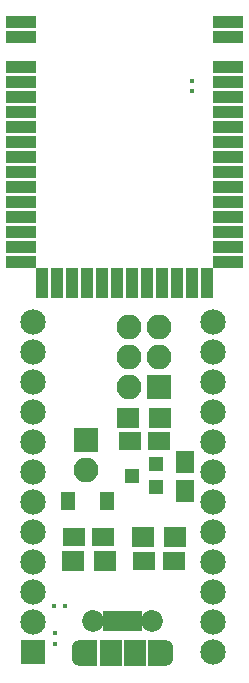
<source format=gbr>
G04 #@! TF.FileFunction,Soldermask,Top*
%FSLAX46Y46*%
G04 Gerber Fmt 4.6, Leading zero omitted, Abs format (unit mm)*
G04 Created by KiCad (PCBNEW 4.0.7) date 06/14/18 18:00:22*
%MOMM*%
%LPD*%
G01*
G04 APERTURE LIST*
%ADD10C,0.100000*%
%ADD11R,2.152600X2.152600*%
%ADD12C,2.152600*%
%ADD13C,0.402000*%
%ADD14R,1.120000X2.600000*%
%ADD15R,2.600000X1.120000*%
%ADD16R,1.900000X2.300000*%
%ADD17C,1.850000*%
%ADD18R,0.800000X1.750000*%
%ADD19O,1.600000X2.300000*%
%ADD20R,1.600000X2.300000*%
%ADD21R,1.300000X1.200000*%
%ADD22R,1.650000X1.900000*%
%ADD23R,1.900000X1.650000*%
%ADD24R,2.100000X2.100000*%
%ADD25O,2.100000X2.100000*%
%ADD26R,1.900000X1.700000*%
%ADD27R,1.300000X1.600000*%
G04 APERTURE END LIST*
D10*
D11*
X101600000Y-152146000D03*
D12*
X101600000Y-149606000D03*
X101600000Y-147066000D03*
X101600000Y-144526000D03*
X101600000Y-141986000D03*
X101600000Y-139446000D03*
X101600000Y-136906000D03*
X101600000Y-134366000D03*
X101600000Y-131826000D03*
X101600000Y-129286000D03*
X101600000Y-126746000D03*
X101600000Y-124206000D03*
X116840000Y-124206000D03*
X116840000Y-126746000D03*
X116840000Y-129286000D03*
X116840000Y-131826000D03*
X116840000Y-134366000D03*
X116840000Y-136906000D03*
X116840000Y-139446000D03*
X116840000Y-141986000D03*
X116840000Y-144526000D03*
X116840000Y-147066000D03*
X116840000Y-149606000D03*
X116840000Y-152146000D03*
D13*
X115001040Y-103738260D03*
X115001040Y-104638260D03*
X115001040Y-104638260D03*
X115001040Y-103738260D03*
D14*
X116332000Y-120904000D03*
X115062000Y-120904000D03*
X113792000Y-120904000D03*
X112522000Y-120904000D03*
X111252000Y-120904000D03*
X109982000Y-120904000D03*
X108712000Y-120904000D03*
X107442000Y-120904000D03*
X106172000Y-120904000D03*
X104902000Y-120904000D03*
X103632000Y-120904000D03*
X102362000Y-120904000D03*
D15*
X118110000Y-119126000D03*
X118110000Y-117856000D03*
X118110000Y-116586000D03*
X118110000Y-115316000D03*
X118110000Y-114046000D03*
X118110000Y-112776000D03*
X118110000Y-111506000D03*
X118110000Y-110236000D03*
X118110000Y-108966000D03*
X118110000Y-107696000D03*
X118110000Y-106426000D03*
X118110000Y-105156000D03*
X118110000Y-103886000D03*
X118110000Y-102616000D03*
X118110000Y-100076000D03*
X118110000Y-98806000D03*
X100584000Y-98806000D03*
X100584000Y-100076000D03*
X100584000Y-102616000D03*
X100584000Y-103886000D03*
X100584000Y-105156000D03*
X100584000Y-106426000D03*
X100584000Y-107696000D03*
X100584000Y-108966000D03*
X100584000Y-110236000D03*
X100584000Y-111506000D03*
X100584000Y-112776000D03*
X100584000Y-114046000D03*
X100584000Y-115316000D03*
X100584000Y-116586000D03*
X100584000Y-117856000D03*
X100584000Y-119126000D03*
D16*
X110169200Y-152208980D03*
D17*
X106669200Y-149508980D03*
D18*
X108519200Y-149508980D03*
X107869200Y-149508980D03*
X110469200Y-149508980D03*
X109819200Y-149508980D03*
X109169200Y-149508980D03*
D17*
X111669200Y-149508980D03*
D16*
X108169200Y-152208980D03*
D19*
X105669200Y-152208980D03*
X112669200Y-152208980D03*
D20*
X112069200Y-152208980D03*
X106269200Y-152208980D03*
D21*
X111973360Y-138132820D03*
X111973360Y-136232820D03*
X109973360Y-137182820D03*
D22*
X114434620Y-136011280D03*
X114434620Y-138511280D03*
D23*
X109752760Y-134246620D03*
X112252760Y-134246620D03*
D24*
X106072940Y-134167880D03*
D25*
X106072940Y-136707880D03*
D26*
X110890060Y-142333980D03*
X113590060Y-142333980D03*
X109617520Y-132308600D03*
X112317520Y-132308600D03*
D23*
X111004980Y-144432020D03*
X113504980Y-144432020D03*
D26*
X104970600Y-144409160D03*
X107670600Y-144409160D03*
D23*
X105028360Y-142402560D03*
X107528360Y-142402560D03*
D24*
X112229900Y-129715260D03*
D25*
X109689900Y-129715260D03*
X112229900Y-127175260D03*
X109689900Y-127175260D03*
X112229900Y-124635260D03*
X109689900Y-124635260D03*
D13*
X104250000Y-148210000D03*
X103350000Y-148210000D03*
X103350000Y-148210000D03*
X104250000Y-148210000D03*
D27*
X107850000Y-139360000D03*
X104550000Y-139360000D03*
D13*
X103470000Y-151430000D03*
X103470000Y-150530000D03*
X103470000Y-150530000D03*
X103470000Y-151430000D03*
M02*

</source>
